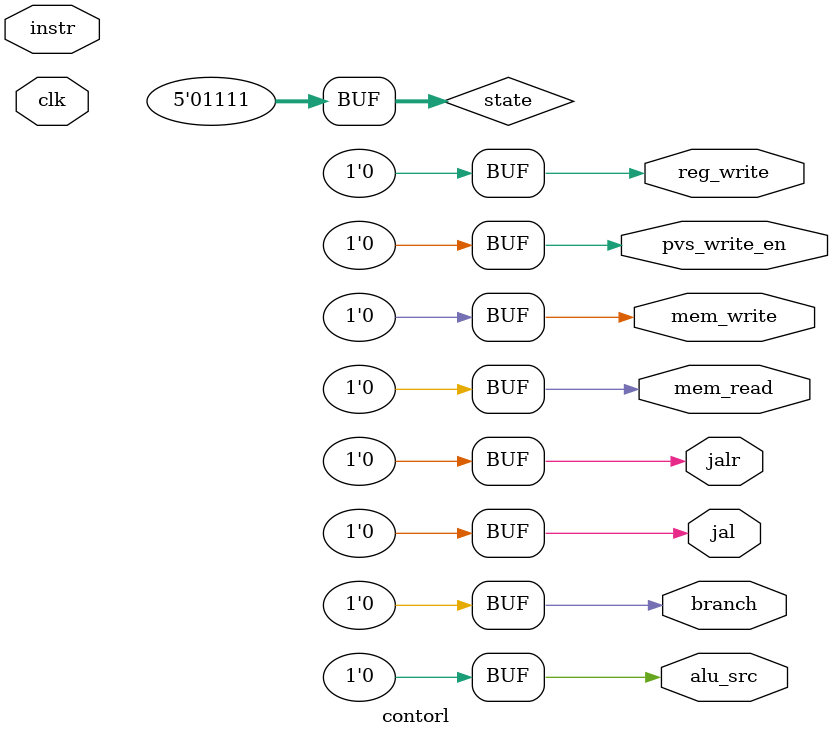
<source format=v>
`define IF1  4'b0000;
`define IF2  4'b0001;
`define IF3  4'b0010;
`define IF4  4'b0011;
`define ID   4'b0100;
`define EX1  4'b0101;
`define EX2  4'b0110;
`define MEM1 4'b0111;
`define MEM2 4'b1000;
`define MEM3 4'b1001;
`define WB   4'b1010;
`define INIT 4'b1111;

module contorl(instr, clk, jalr, jal, branch, mem_read, mem_write, alu_src, reg_write, pvs_write_en);
    input [4:0] instr;
    input clk;
    output jalr;
    output jal;
    output branch;
    output mem_read;
    output mem_write;
    output alu_src;
    output reg_write;
    output pvs_write_en;

    reg [4:0] state;

    initial begin
        jalr <= 0;
        jal <= 0;
        branch <= 0;
        mem_read <= 0;
        mem_write <= 0;
        alu_src <= 0;
        reg_write <= 0;
        pvs_write_en <= 0;
        state <= `INIT;
    end

    always @(posedge clk) begin
        
    end

endmodule
</source>
